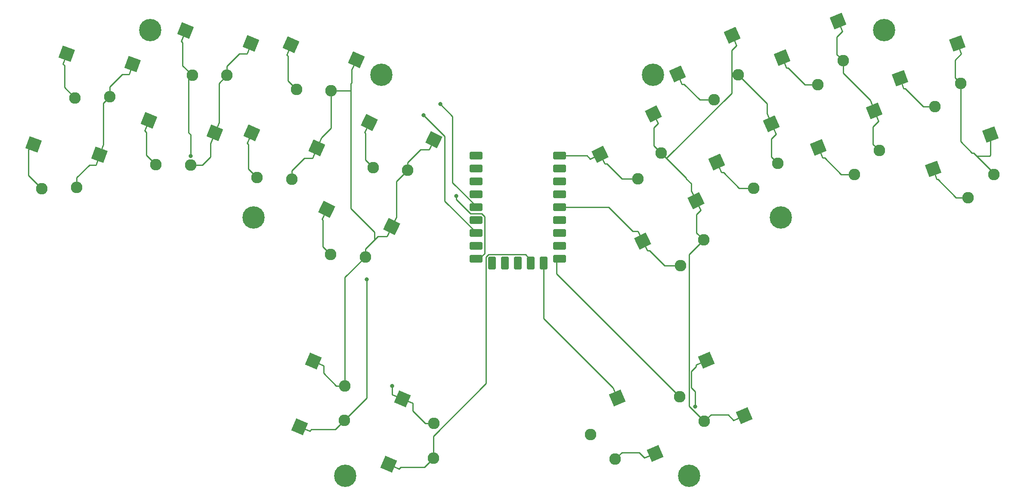
<source format=gbl>
G04 #@! TF.GenerationSoftware,KiCad,Pcbnew,9.0.0*
G04 #@! TF.CreationDate,2025-03-22T22:46:09+01:00*
G04 #@! TF.ProjectId,chouchou_mx,63686f75-6368-46f7-955f-6d782e6b6963,v1.0.0*
G04 #@! TF.SameCoordinates,Original*
G04 #@! TF.FileFunction,Copper,L2,Bot*
G04 #@! TF.FilePolarity,Positive*
%FSLAX46Y46*%
G04 Gerber Fmt 4.6, Leading zero omitted, Abs format (unit mm)*
G04 Created by KiCad (PCBNEW 9.0.0) date 2025-03-22 22:46:09*
%MOMM*%
%LPD*%
G01*
G04 APERTURE LIST*
G04 Aperture macros list*
%AMRoundRect*
0 Rectangle with rounded corners*
0 $1 Rounding radius*
0 $2 $3 $4 $5 $6 $7 $8 $9 X,Y pos of 4 corners*
0 Add a 4 corners polygon primitive as box body*
4,1,4,$2,$3,$4,$5,$6,$7,$8,$9,$2,$3,0*
0 Add four circle primitives for the rounded corners*
1,1,$1+$1,$2,$3*
1,1,$1+$1,$4,$5*
1,1,$1+$1,$6,$7*
1,1,$1+$1,$8,$9*
0 Add four rect primitives between the rounded corners*
20,1,$1+$1,$2,$3,$4,$5,0*
20,1,$1+$1,$4,$5,$6,$7,0*
20,1,$1+$1,$6,$7,$8,$9,0*
20,1,$1+$1,$8,$9,$2,$3,0*%
%AMRotRect*
0 Rectangle, with rotation*
0 The origin of the aperture is its center*
0 $1 length*
0 $2 width*
0 $3 Rotation angle, in degrees counterclockwise*
0 Add horizontal line*
21,1,$1,$2,0,0,$3*%
G04 Aperture macros list end*
G04 #@! TA.AperFunction,SMDPad,CuDef*
%ADD10RotRect,2.550000X2.500000X24.000000*%
G04 #@! TD*
G04 #@! TA.AperFunction,ComponentPad*
%ADD11C,0.700000*%
G04 #@! TD*
G04 #@! TA.AperFunction,ComponentPad*
%ADD12C,4.400000*%
G04 #@! TD*
G04 #@! TA.AperFunction,SMDPad,CuDef*
%ADD13RotRect,2.550000X2.500000X22.000000*%
G04 #@! TD*
G04 #@! TA.AperFunction,SMDPad,CuDef*
%ADD14RotRect,2.550000X2.500000X67.000000*%
G04 #@! TD*
G04 #@! TA.AperFunction,SMDPad,CuDef*
%ADD15RotRect,2.550000X2.500000X336.000000*%
G04 #@! TD*
G04 #@! TA.AperFunction,ComponentPad*
%ADD16C,2.286000*%
G04 #@! TD*
G04 #@! TA.AperFunction,SMDPad,CuDef*
%ADD17RotRect,2.550000X2.500000X334.000000*%
G04 #@! TD*
G04 #@! TA.AperFunction,SMDPad,CuDef*
%ADD18RotRect,2.550000X2.500000X26.000000*%
G04 #@! TD*
G04 #@! TA.AperFunction,SMDPad,CuDef*
%ADD19RotRect,2.550000X2.500000X340.000000*%
G04 #@! TD*
G04 #@! TA.AperFunction,SMDPad,CuDef*
%ADD20RotRect,2.550000X2.500000X293.000000*%
G04 #@! TD*
G04 #@! TA.AperFunction,SMDPad,CuDef*
%ADD21RotRect,2.550000X2.500000X338.000000*%
G04 #@! TD*
G04 #@! TA.AperFunction,SMDPad,CuDef*
%ADD22RotRect,2.550000X2.500000X20.000000*%
G04 #@! TD*
G04 #@! TA.AperFunction,ComponentPad*
%ADD23RoundRect,0.400000X-0.900000X-0.400000X0.900000X-0.400000X0.900000X0.400000X-0.900000X0.400000X0*%
G04 #@! TD*
G04 #@! TA.AperFunction,ComponentPad*
%ADD24RoundRect,0.400050X-0.899950X-0.400050X0.899950X-0.400050X0.899950X0.400050X-0.899950X0.400050X0*%
G04 #@! TD*
G04 #@! TA.AperFunction,ComponentPad*
%ADD25RoundRect,0.400000X-0.400000X-0.900000X0.400000X-0.900000X0.400000X0.900000X-0.400000X0.900000X0*%
G04 #@! TD*
G04 #@! TA.AperFunction,ComponentPad*
%ADD26RoundRect,0.393700X-0.393700X-0.906300X0.393700X-0.906300X0.393700X0.906300X-0.393700X0.906300X0*%
G04 #@! TD*
G04 #@! TA.AperFunction,ViaPad*
%ADD27C,0.800000*%
G04 #@! TD*
G04 #@! TA.AperFunction,Conductor*
%ADD28C,0.250000*%
G04 #@! TD*
G04 APERTURE END LIST*
D10*
X243735519Y-116180224D03*
X254511810Y-108601934D03*
D11*
X138497107Y-106971967D03*
X139350280Y-106040892D03*
X138552192Y-108233620D03*
X140611933Y-105985807D03*
D12*
X140047600Y-107536300D03*
D11*
X139483267Y-109086793D03*
X141543008Y-106838980D03*
X140744920Y-109031708D03*
X141598093Y-108100633D03*
D13*
X271468302Y-130633341D03*
X282502507Y-123435754D03*
D14*
X169423388Y-185659620D03*
X172136288Y-172767797D03*
D15*
X167759642Y-110416765D03*
X180602155Y-113354245D03*
D16*
X125273117Y-120893707D03*
X132108898Y-120678716D03*
D17*
X183153007Y-125771204D03*
X195885180Y-129155090D03*
D18*
X236902081Y-149104923D03*
X247407329Y-141155162D03*
D10*
X251483819Y-133583324D03*
X262260110Y-126005034D03*
D16*
X244241578Y-179777132D03*
X249060803Y-184629881D03*
X258735217Y-138695922D03*
X263503119Y-133792739D03*
D11*
X262576450Y-145135215D03*
X262543393Y-143872793D03*
X263492493Y-146004507D03*
X263412685Y-142956750D03*
D12*
X264083800Y-144464100D03*
D11*
X264754915Y-145971450D03*
X264675107Y-142923693D03*
X265624207Y-145055407D03*
X265591150Y-143792985D03*
D16*
X250986917Y-121292822D03*
X255754819Y-116389639D03*
X161063972Y-136629700D03*
X167898097Y-136892072D03*
X278536855Y-135995895D03*
X283472971Y-131262096D03*
D19*
X123608409Y-112178768D03*
X136624547Y-114213243D03*
D11*
X184028390Y-115672988D03*
X183951295Y-116933486D03*
X184974214Y-114836195D03*
X186234712Y-114913290D03*
D12*
X185511400Y-116396300D03*
D11*
X184788088Y-117879310D03*
X186048586Y-117956405D03*
X187071505Y-115859114D03*
X186994410Y-117119612D03*
D19*
X117092909Y-130079868D03*
X130109047Y-132114343D03*
D20*
X249479952Y-172616066D03*
X256869016Y-183522975D03*
D16*
X178213508Y-184453296D03*
X178356568Y-177615634D03*
D21*
X139833503Y-125325165D03*
X152770710Y-127812658D03*
D16*
X148329352Y-116430093D03*
X155168470Y-116453798D03*
X271400555Y-118333095D03*
X276336671Y-113599296D03*
X118757617Y-138794807D03*
X125593398Y-138579816D03*
X168812372Y-119226600D03*
X175646497Y-119488972D03*
D22*
X287516148Y-117025193D03*
X298794822Y-110217080D03*
D16*
X300908743Y-140532270D03*
X306007060Y-135973623D03*
D14*
X186959088Y-193103020D03*
X189671988Y-180211197D03*
D23*
X220600000Y-132300000D03*
X220600000Y-132300000D03*
X220600000Y-134840000D03*
X220600000Y-134840000D03*
X220600000Y-137380000D03*
X220600000Y-137380000D03*
X220600000Y-139920000D03*
X220600000Y-139920000D03*
X220600000Y-142460000D03*
X220600000Y-142460000D03*
D24*
X220600000Y-145000000D03*
X220600000Y-145000000D03*
X220600000Y-147540000D03*
X220600000Y-147540000D03*
X220600000Y-150080000D03*
X220600000Y-150080000D03*
X220600000Y-152620000D03*
X220600000Y-152620000D03*
D25*
X217460000Y-153430000D03*
X217460000Y-153430000D03*
D26*
X214920000Y-153430000D03*
X214920000Y-153430000D03*
X212380000Y-153430000D03*
X212380000Y-153430000D03*
X209840000Y-153430000D03*
X209840000Y-153430000D03*
X207300000Y-153430000D03*
X207300000Y-153430000D03*
D24*
X204160000Y-152620000D03*
X204160000Y-152620000D03*
X204160000Y-150080000D03*
X204160000Y-150080000D03*
X204160000Y-147540000D03*
X204160000Y-147540000D03*
X204160000Y-145000000D03*
X204160000Y-145000000D03*
X204160000Y-132300000D03*
X204160000Y-132300000D03*
X204160000Y-134840000D03*
X204160000Y-134840000D03*
X204160000Y-137380000D03*
X204160000Y-137380000D03*
X204160000Y-142460000D03*
X204160000Y-142460000D03*
X204160000Y-139920000D03*
X204160000Y-139920000D03*
D16*
X195749208Y-191896696D03*
X195892268Y-185059034D03*
D11*
X177758994Y-196900133D03*
X176873847Y-195999401D03*
X179021801Y-196911153D03*
X176884867Y-194736594D03*
D12*
X178403700Y-195381300D03*
D11*
X179922533Y-196026006D03*
X177785599Y-193851447D03*
X179933553Y-194763199D03*
X179048406Y-193862467D03*
X158848850Y-143792985D03*
X159764893Y-142923693D03*
X158815793Y-145055407D03*
X161027315Y-142956750D03*
D12*
X160356200Y-144464100D03*
D11*
X159685085Y-145971450D03*
X161896607Y-143872793D03*
X160947507Y-146004507D03*
X161863550Y-145135215D03*
X237445590Y-117119612D03*
X237368495Y-115859114D03*
X238391414Y-117956405D03*
X238205288Y-114913290D03*
D12*
X238928600Y-116396300D03*
D11*
X239651912Y-117879310D03*
X239465786Y-114836195D03*
X240488705Y-116933486D03*
X240411610Y-115672988D03*
D16*
X175546638Y-151734411D03*
X182367443Y-152235131D03*
X244327489Y-153961336D03*
X248921368Y-148894743D03*
X183897638Y-134612411D03*
X190718443Y-135113131D03*
X235976489Y-136839336D03*
X240570368Y-131772743D03*
X226705978Y-187220532D03*
X231525203Y-192073281D03*
X294393243Y-122631170D03*
X299491560Y-118072523D03*
D15*
X160011242Y-127819865D03*
X172853755Y-130757345D03*
D21*
X146969803Y-107662365D03*
X159907010Y-110149858D03*
D17*
X174802007Y-142893204D03*
X187534180Y-146277090D03*
D18*
X228551081Y-131982923D03*
X239056329Y-124033162D03*
D11*
X282841907Y-108100633D03*
X282896992Y-106838980D03*
X283695080Y-109031708D03*
X283828067Y-105985807D03*
D12*
X284392400Y-107536300D03*
D11*
X284956733Y-109086793D03*
X285089720Y-106040892D03*
X285887808Y-108233620D03*
X285942893Y-106971967D03*
X245391594Y-193862467D03*
X246654401Y-193851447D03*
X244506447Y-194763199D03*
X247555133Y-194736594D03*
D12*
X246036300Y-195381300D03*
D11*
X244517467Y-196026006D03*
X247566153Y-195999401D03*
X245418199Y-196911153D03*
X246681006Y-196900133D03*
D16*
X141193052Y-134092893D03*
X148032170Y-134116598D03*
D22*
X294031648Y-134926293D03*
X305310322Y-128118180D03*
D13*
X264332002Y-112970541D03*
X275366207Y-105772954D03*
D20*
X231944352Y-180059466D03*
X239333416Y-190966375D03*
D27*
X187624900Y-177615600D03*
X193836100Y-124336600D03*
X148025900Y-132347900D03*
X200254300Y-140263400D03*
X197095100Y-122133300D03*
X182634000Y-156632400D03*
X247231400Y-181758100D03*
D28*
X116117652Y-136154842D02*
X118757617Y-138794807D01*
X116117652Y-131055125D02*
X116117652Y-136154842D01*
X117092909Y-130079868D02*
X116117652Y-131055125D01*
X305151850Y-132348150D02*
X302651850Y-132348150D01*
X305310322Y-132189678D02*
X305151850Y-132348150D01*
X305310322Y-128118180D02*
X305310322Y-132189678D01*
X302651850Y-132348150D02*
X302034700Y-131731000D01*
X240570400Y-131772700D02*
X241607200Y-132809500D01*
X157626600Y-112211900D02*
X155168500Y-114670000D01*
X245485600Y-136687900D02*
X245485600Y-136825300D01*
X172853800Y-130757300D02*
X171962400Y-132759400D01*
X136624500Y-114213200D02*
X135885900Y-116242700D01*
X179472600Y-142672700D02*
X179472600Y-119489000D01*
X155168500Y-114670000D02*
X155168500Y-116453800D01*
X236237000Y-190785900D02*
X237286400Y-191835300D01*
X135885900Y-116242700D02*
X134595000Y-116242700D01*
X184131800Y-148900200D02*
X184131800Y-147331900D01*
X262201300Y-132490900D02*
X262201300Y-128957300D01*
X195885200Y-129155100D02*
X194952200Y-131067900D01*
X239147100Y-126788200D02*
X239147100Y-130349400D01*
X241607200Y-132809500D02*
X254453000Y-119963700D01*
X275119600Y-108914600D02*
X275119600Y-112382200D01*
X282502500Y-123435800D02*
X283335600Y-125497800D01*
X130109000Y-132114300D02*
X129370400Y-134143800D01*
X125593400Y-138579800D02*
X125593400Y-136629900D01*
X182367400Y-150664600D02*
X182367400Y-152235100D01*
X176650700Y-177615600D02*
X178356600Y-177615600D01*
X262260100Y-126005000D02*
X261368800Y-124002900D01*
X172136300Y-172767800D02*
X174183400Y-173636700D01*
X184842100Y-148189900D02*
X184131800Y-148900200D01*
X254453000Y-111554200D02*
X255403200Y-110604000D01*
X186601200Y-148189900D02*
X184842100Y-148189900D01*
X246474400Y-139242300D02*
X246474300Y-139242400D01*
X188467100Y-144364200D02*
X188467200Y-144364300D01*
X187534200Y-146277100D02*
X188467200Y-144364300D01*
X159907000Y-110149900D02*
X159073900Y-112211900D01*
X150308800Y-134116600D02*
X151937700Y-132487700D01*
X155168500Y-116453800D02*
X153603700Y-118018600D01*
X175646500Y-119489000D02*
X179472600Y-119489000D01*
X179472600Y-118096300D02*
X179710900Y-117858000D01*
X184131800Y-148900200D02*
X182367400Y-150664600D01*
X239333400Y-190966400D02*
X237286400Y-191835300D01*
X153603700Y-125750700D02*
X153603800Y-125750700D01*
X125593400Y-136629900D02*
X128079500Y-134143800D01*
X254453000Y-119963700D02*
X254453000Y-116389600D01*
X255754800Y-116389600D02*
X261368800Y-122003600D01*
X256869000Y-183523000D02*
X254822000Y-184391900D01*
X245485600Y-136825300D02*
X246474400Y-137814100D01*
X175646500Y-119489000D02*
X175646500Y-126853900D01*
X282255900Y-126577400D02*
X283335500Y-125497800D01*
X170352600Y-132759400D02*
X171962400Y-132759400D01*
X190718400Y-133586200D02*
X190718400Y-135113100D01*
X174183400Y-175148300D02*
X176650700Y-177615600D01*
X276336700Y-116041100D02*
X281669400Y-121373800D01*
X239147100Y-130349400D02*
X240570400Y-131772700D01*
X132108900Y-120678700D02*
X130847500Y-121940100D01*
X180602200Y-113354200D02*
X179710800Y-115356300D01*
X248921400Y-148894700D02*
X247498100Y-147471400D01*
X184131800Y-147331900D02*
X179472600Y-142672700D01*
X167898100Y-136892100D02*
X167898100Y-135213900D01*
X167898100Y-135213900D02*
X170352600Y-132759400D01*
X282255900Y-130045000D02*
X282255900Y-126577400D01*
X153603700Y-118018600D02*
X153603700Y-125750700D01*
X246028900Y-181598000D02*
X249060800Y-184629900D01*
X179710900Y-117858000D02*
X179710900Y-115356400D01*
X253772600Y-183342500D02*
X254822000Y-184391900D01*
X283335500Y-125497800D02*
X283335600Y-125497800D01*
X247407300Y-141155200D02*
X248340300Y-143068000D01*
X282502500Y-123435800D02*
X281669400Y-121373800D01*
X231525200Y-192073300D02*
X232812600Y-190785900D01*
X194952200Y-131067900D02*
X193236700Y-131067900D01*
X262260100Y-126005000D02*
X263151500Y-128007100D01*
X254511800Y-108601900D02*
X255403200Y-110604000D01*
X189672000Y-180211200D02*
X191719100Y-181080100D01*
X182367400Y-152235100D02*
X178356600Y-156245900D01*
X175646500Y-126853900D02*
X173745100Y-128755300D01*
X261368800Y-122003600D02*
X261368800Y-124002900D01*
X128079500Y-134143800D02*
X129370400Y-134143800D01*
X179472600Y-119489000D02*
X179472600Y-118096300D01*
X254453000Y-116389600D02*
X254453000Y-111554200D01*
X250348200Y-183342500D02*
X253772600Y-183342500D01*
X276199300Y-107835000D02*
X276199200Y-107835000D01*
X130847500Y-130084900D02*
X130847600Y-130084900D01*
X246028900Y-151787200D02*
X246028900Y-181598000D01*
X179710900Y-115356400D02*
X179710800Y-115356300D01*
X255754800Y-116389600D02*
X254453000Y-116389600D01*
X301715900Y-131731000D02*
X299491600Y-129506700D01*
X276336700Y-113599300D02*
X276336700Y-116041100D01*
X275366200Y-105773000D02*
X276199300Y-107835000D01*
X189672000Y-180211200D02*
X187624800Y-179342300D01*
X130847500Y-121940100D02*
X130847500Y-130084900D01*
X298794800Y-110217100D02*
X299533400Y-112246600D01*
X191719100Y-182605000D02*
X191719100Y-181080100D01*
X247498100Y-143910200D02*
X248340300Y-143068000D01*
X299491600Y-118072500D02*
X298345200Y-116926100D01*
X299491600Y-129506700D02*
X299491600Y-118072500D01*
X178356600Y-156245900D02*
X178356600Y-177615600D01*
X232812600Y-190785900D02*
X236237000Y-190785900D01*
X306007100Y-135973600D02*
X306007100Y-135703400D01*
X195892300Y-185059000D02*
X194173100Y-185059000D01*
X159073900Y-112211900D02*
X157626600Y-112211900D01*
X152770700Y-127812700D02*
X151937600Y-129874700D01*
X188467100Y-137364400D02*
X188467100Y-144364200D01*
X263503100Y-133792700D02*
X262201300Y-132490900D01*
X249060800Y-184629900D02*
X250348200Y-183342500D01*
X132108900Y-118728800D02*
X132108900Y-120678700D01*
X239056300Y-124033200D02*
X239989300Y-125946000D01*
X187534200Y-146277100D02*
X186601200Y-148189900D01*
X148032200Y-134116600D02*
X150308800Y-134116600D01*
X247407300Y-141155200D02*
X246474300Y-139242400D01*
X298345200Y-113434800D02*
X299533400Y-112246600D01*
X275119600Y-112382200D02*
X276336700Y-113599300D01*
X246474400Y-137814100D02*
X246474400Y-139242300D01*
X151937700Y-132487700D02*
X151937700Y-129874700D01*
X262201300Y-128957300D02*
X263151500Y-128007100D01*
X239989300Y-125946000D02*
X239147100Y-126788200D01*
X276199200Y-107835000D02*
X275119600Y-108914600D01*
X130109000Y-132114300D02*
X130847600Y-130084900D01*
X134595000Y-116242700D02*
X132108900Y-118728800D01*
X152770700Y-127812700D02*
X153603800Y-125750700D01*
X298345200Y-116926100D02*
X298345200Y-113434800D01*
X151937700Y-129874700D02*
X151937600Y-129874700D01*
X247498100Y-147471400D02*
X247498100Y-143910200D01*
X172853800Y-130757300D02*
X173745100Y-128755300D01*
X174183400Y-173636700D02*
X174183400Y-175148300D01*
X193236700Y-131067900D02*
X190718400Y-133586200D01*
X190718400Y-135113100D02*
X188467100Y-137364400D01*
X306007100Y-135703400D02*
X302651850Y-132348150D01*
X187624800Y-179342300D02*
X187624900Y-179342200D01*
X187624900Y-179342200D02*
X187624900Y-177615600D01*
X241607200Y-132809500D02*
X245485600Y-136687900D01*
X302034700Y-131731000D02*
X301715900Y-131731000D01*
X283473000Y-131262100D02*
X282255900Y-130045000D01*
X248921400Y-148894700D02*
X246028900Y-151787200D01*
X194173100Y-185059000D02*
X191719100Y-182605000D01*
X125273100Y-120893700D02*
X123173300Y-118793900D01*
X123173300Y-114511800D02*
X122869800Y-114208300D01*
X123173300Y-118793900D02*
X123173300Y-114511800D01*
X198003000Y-141211200D02*
X198003000Y-128503500D01*
X198003000Y-128503500D02*
X193836100Y-124336600D01*
X123608400Y-112178800D02*
X122869800Y-114208300D01*
X204760000Y-147540000D02*
X204331800Y-147540000D01*
X204331800Y-147540000D02*
X198003000Y-141211200D01*
X139308500Y-132208300D02*
X139308500Y-127695200D01*
X139308500Y-127695200D02*
X139000500Y-127387200D01*
X139833500Y-125325200D02*
X139000400Y-127387200D01*
X139000500Y-127387200D02*
X139000400Y-127387200D01*
X141193100Y-134092900D02*
X139308500Y-132208300D01*
X148329400Y-116430100D02*
X147632300Y-117127200D01*
X148025900Y-128157200D02*
X148025900Y-132347900D01*
X146444800Y-110032400D02*
X146136800Y-109724400D01*
X146444800Y-114545500D02*
X146444800Y-110032400D01*
X147632300Y-127763600D02*
X148025900Y-128157200D01*
X146969800Y-107662400D02*
X146136700Y-109724400D01*
X148329400Y-116430100D02*
X146444800Y-114545500D01*
X147632300Y-117127200D02*
X147632300Y-127763600D01*
X146136800Y-109724400D02*
X146136700Y-109724400D01*
X159370000Y-130072000D02*
X159119900Y-129821900D01*
X159370000Y-134935700D02*
X159370000Y-130072000D01*
X204760000Y-152620000D02*
X205806500Y-151573500D01*
X205806500Y-144270600D02*
X205265900Y-143730000D01*
X200254300Y-140931400D02*
X200254300Y-140263400D01*
X160011200Y-127819900D02*
X159119900Y-129821900D01*
X161064000Y-136629700D02*
X159370000Y-134935700D01*
X205265900Y-143730000D02*
X203052900Y-143730000D01*
X203052900Y-143730000D02*
X200254300Y-140931400D01*
X205806500Y-151573500D02*
X205806500Y-144270600D01*
X199531300Y-137624900D02*
X199531300Y-124569500D01*
X204366400Y-142460000D02*
X199531300Y-137624900D01*
X167118400Y-117532600D02*
X167118400Y-112668900D01*
X168812400Y-119226600D02*
X167118400Y-117532600D01*
X204760000Y-142460000D02*
X204366400Y-142460000D01*
X167118400Y-112668900D02*
X166868300Y-112418800D01*
X167759600Y-110416800D02*
X166868300Y-112418800D01*
X199531300Y-124569500D02*
X197095100Y-122133300D01*
X174042600Y-150230400D02*
X174042600Y-144979600D01*
X174042600Y-144979600D02*
X173869000Y-144806000D01*
X174802000Y-142893200D02*
X173869000Y-144806000D01*
X175546600Y-151734400D02*
X174042600Y-150230400D01*
X182393600Y-133108400D02*
X182393600Y-127857600D01*
X183897600Y-134612400D02*
X182393600Y-133108400D01*
X183153000Y-125771200D02*
X182220000Y-127684000D01*
X182393600Y-127857600D02*
X182220000Y-127684000D01*
X182634000Y-180032800D02*
X178213500Y-184453300D01*
X178213500Y-184453300D02*
X176431800Y-186235000D01*
X171764000Y-186235000D02*
X171470500Y-186528500D01*
X169423400Y-185659600D02*
X171470500Y-186528500D01*
X182634000Y-156632400D02*
X182634000Y-180032800D01*
X176431800Y-186235000D02*
X171764000Y-186235000D01*
X214920000Y-152830000D02*
X213847100Y-151757100D01*
X213847100Y-151757100D02*
X206638500Y-151757100D01*
X195749200Y-191896700D02*
X193967800Y-193678100D01*
X206638500Y-151757100D02*
X206137000Y-152258600D01*
X186959100Y-193103000D02*
X189006200Y-193971900D01*
X206137000Y-152258600D02*
X206137000Y-177135500D01*
X206137000Y-177135500D02*
X195749200Y-187523300D01*
X189300000Y-193678100D02*
X189006200Y-193971900D01*
X193967800Y-193678100D02*
X189300000Y-193678100D01*
X195749200Y-187523300D02*
X195749200Y-191896700D01*
X294031600Y-134926300D02*
X294770200Y-136955800D01*
X300908700Y-140532300D02*
X298576000Y-140532300D01*
X298576000Y-140532300D02*
X294999500Y-136955800D01*
X294999500Y-136955800D02*
X294770200Y-136955800D01*
X292152800Y-122631200D02*
X288576300Y-119054700D01*
X288576300Y-119054700D02*
X288254700Y-119054700D01*
X287516100Y-117025200D02*
X288254700Y-119054700D01*
X294393200Y-122631200D02*
X292152800Y-122631200D01*
X272689900Y-132695300D02*
X272301400Y-132695300D01*
X271468300Y-130633300D02*
X272301400Y-132695300D01*
X275990500Y-135995900D02*
X272689900Y-132695300D01*
X278536900Y-135995900D02*
X275990500Y-135995900D01*
X271400600Y-118333100D02*
X268810200Y-118333100D01*
X268810200Y-118333100D02*
X265509600Y-115032500D01*
X264332000Y-112970500D02*
X265165100Y-115032500D01*
X265509600Y-115032500D02*
X265165100Y-115032500D01*
X252805100Y-135585400D02*
X252375200Y-135585400D01*
X255915600Y-138695900D02*
X252805100Y-135585400D01*
X258735200Y-138695900D02*
X255915600Y-138695900D01*
X251483800Y-133583300D02*
X252375200Y-135585400D01*
X245051200Y-118182300D02*
X244626900Y-118182300D01*
X248161700Y-121292800D02*
X245051200Y-118182300D01*
X250986900Y-121292800D02*
X248161700Y-121292800D01*
X243735500Y-116180200D02*
X244626900Y-118182300D01*
X244327500Y-153961300D02*
X241244400Y-153961300D01*
X236902100Y-149104900D02*
X237835100Y-151017700D01*
X241244400Y-153961300D02*
X238300800Y-151017700D01*
X238300800Y-151017700D02*
X237835100Y-151017700D01*
X234989400Y-147192200D02*
X235969100Y-147192200D01*
X230257200Y-142460000D02*
X234989400Y-147192200D01*
X236902100Y-149104900D02*
X235969100Y-147192200D01*
X220000000Y-142460000D02*
X230257200Y-142460000D01*
X228551100Y-131982900D02*
X229484100Y-133895700D01*
X220000000Y-132300000D02*
X226000500Y-132300000D01*
X228551100Y-131982900D02*
X226623600Y-132923100D01*
X229925100Y-133895700D02*
X229484100Y-133895700D01*
X232868700Y-136839300D02*
X229925100Y-133895700D01*
X226000500Y-132300000D02*
X226623600Y-132923100D01*
X235976500Y-136839300D02*
X232868700Y-136839300D01*
X247231400Y-181758100D02*
X247231400Y-178743200D01*
X246480600Y-174810600D02*
X247432900Y-173858300D01*
X247231400Y-178743200D02*
X246480600Y-177992400D01*
X220000000Y-155535500D02*
X244241600Y-179777100D01*
X247432900Y-173858300D02*
X247432900Y-173485000D01*
X246480600Y-177992400D02*
X246480600Y-174810600D01*
X220000000Y-152620000D02*
X220000000Y-155535500D01*
X249480000Y-172616100D02*
X247432900Y-173485000D01*
X217460000Y-164389000D02*
X231069600Y-177998600D01*
X231944400Y-180059500D02*
X231069600Y-177998600D01*
X217460000Y-152830000D02*
X217460000Y-164389000D01*
M02*

</source>
